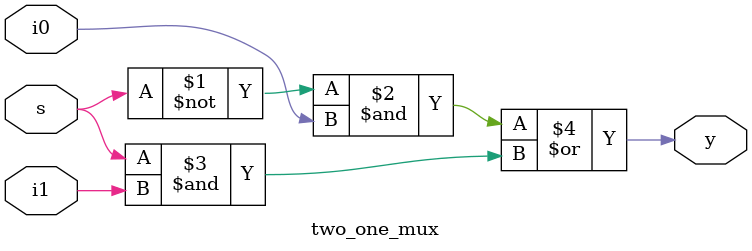
<source format=v>
module two_one_mux(
  input s, i0, i1,
  output y
);
  // Continuous assignment for 2-to-1 multiplexer output
  assign y = (~s & i0) | (s & i1);
endmodule

</source>
